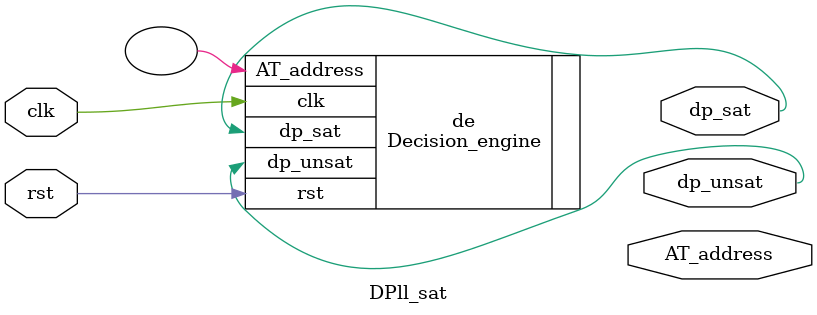
<source format=sv>
`include "Decision_engine.sv"

module DPll_sat(
  input clk,
  input rst,
  

  output dp_sat,
  output dp_unsat,   
  output logic [11:0] AT_address


);


  Decision_engine de(
    .clk(clk),
    .rst(rst),
    .AT_address(),
    .dp_sat(dp_sat),
    .dp_unsat(dp_unsat)
  );





endmodule
</source>
